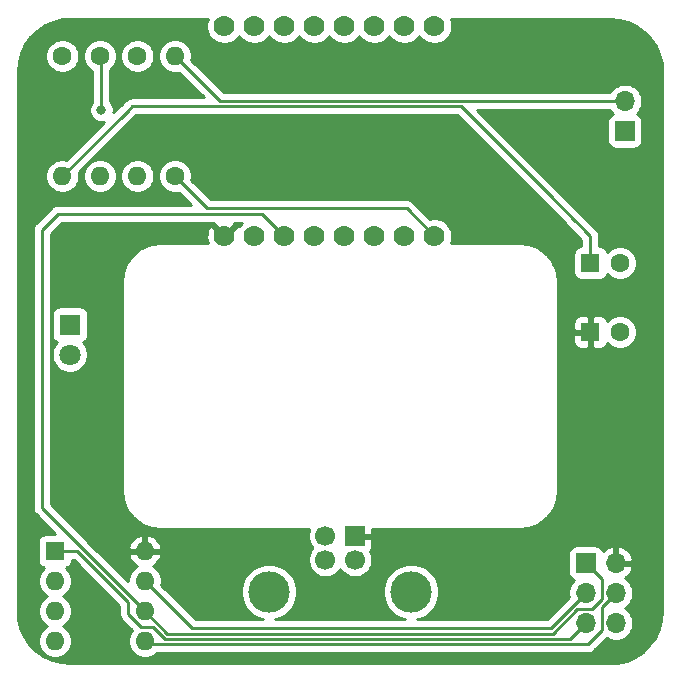
<source format=gbr>
G04 #@! TF.GenerationSoftware,KiCad,Pcbnew,5.1.6-c6e7f7d~86~ubuntu18.04.1*
G04 #@! TF.CreationDate,2020-06-12T21:41:03+02:00*
G04 #@! TF.ProjectId,printplaat,7072696e-7470-46c6-9161-742e6b696361,rev?*
G04 #@! TF.SameCoordinates,Original*
G04 #@! TF.FileFunction,Copper,L2,Bot*
G04 #@! TF.FilePolarity,Positive*
%FSLAX46Y46*%
G04 Gerber Fmt 4.6, Leading zero omitted, Abs format (unit mm)*
G04 Created by KiCad (PCBNEW 5.1.6-c6e7f7d~86~ubuntu18.04.1) date 2020-06-12 21:41:03*
%MOMM*%
%LPD*%
G01*
G04 APERTURE LIST*
G04 #@! TA.AperFunction,ComponentPad*
%ADD10R,1.600000X1.600000*%
G04 #@! TD*
G04 #@! TA.AperFunction,ComponentPad*
%ADD11O,1.600000X1.600000*%
G04 #@! TD*
G04 #@! TA.AperFunction,ComponentPad*
%ADD12C,1.778000*%
G04 #@! TD*
G04 #@! TA.AperFunction,ComponentPad*
%ADD13R,1.700000X1.700000*%
G04 #@! TD*
G04 #@! TA.AperFunction,ComponentPad*
%ADD14O,1.700000X1.700000*%
G04 #@! TD*
G04 #@! TA.AperFunction,ComponentPad*
%ADD15C,1.600000*%
G04 #@! TD*
G04 #@! TA.AperFunction,ComponentPad*
%ADD16C,1.700000*%
G04 #@! TD*
G04 #@! TA.AperFunction,ComponentPad*
%ADD17C,3.500000*%
G04 #@! TD*
G04 #@! TA.AperFunction,ComponentPad*
%ADD18R,1.800000X1.800000*%
G04 #@! TD*
G04 #@! TA.AperFunction,ComponentPad*
%ADD19C,1.800000*%
G04 #@! TD*
G04 #@! TA.AperFunction,ViaPad*
%ADD20C,0.800000*%
G04 #@! TD*
G04 #@! TA.AperFunction,Conductor*
%ADD21C,0.250000*%
G04 #@! TD*
G04 #@! TA.AperFunction,Conductor*
%ADD22C,0.254000*%
G04 #@! TD*
G04 APERTURE END LIST*
D10*
X99060000Y-160020000D03*
D11*
X106680000Y-167640000D03*
X99060000Y-162560000D03*
X106680000Y-165100000D03*
X99060000Y-165100000D03*
X106680000Y-162560000D03*
X99060000Y-167640000D03*
X106680000Y-160020000D03*
D12*
X113411000Y-133350000D03*
X115951000Y-133350000D03*
X118491000Y-133350000D03*
X121031000Y-133350000D03*
X123571000Y-133350000D03*
X126111000Y-133350000D03*
X128651000Y-133350000D03*
X131191000Y-133350000D03*
X131191000Y-115570000D03*
X128651000Y-115570000D03*
X126111000Y-115570000D03*
X123571000Y-115570000D03*
X121031000Y-115570000D03*
X118491000Y-115570000D03*
X115951000Y-115570000D03*
X113411000Y-115570000D03*
D13*
X144018000Y-161036000D03*
D14*
X146558000Y-161036000D03*
X144018000Y-163576000D03*
X146558000Y-163576000D03*
X144018000Y-166116000D03*
X146558000Y-166116000D03*
D11*
X99695000Y-128270000D03*
D15*
X99695000Y-118110000D03*
D13*
X147320000Y-124460000D03*
D14*
X147320000Y-121920000D03*
D13*
X124460000Y-158750000D03*
D16*
X121960000Y-158750000D03*
X121960000Y-160750000D03*
X124460000Y-160750000D03*
D17*
X129230000Y-163460000D03*
X117190000Y-163460000D03*
D11*
X102870000Y-128270000D03*
D15*
X102870000Y-118110000D03*
D10*
X144399000Y-141478000D03*
D15*
X146899000Y-141478000D03*
X109220000Y-128270000D03*
D11*
X109220000Y-118110000D03*
D10*
X144399000Y-135636000D03*
D15*
X146899000Y-135636000D03*
X106045000Y-118110000D03*
D11*
X106045000Y-128270000D03*
D18*
X100330000Y-140843000D03*
D19*
X100330000Y-143383000D03*
D20*
X102997000Y-122682000D03*
D21*
X120650000Y-121920000D02*
X147320000Y-121920000D01*
X113030000Y-121920000D02*
X109220000Y-118110000D01*
X120650000Y-121920000D02*
X113030000Y-121920000D01*
X102933500Y-118173500D02*
X102870000Y-118110000D01*
X102933500Y-122618500D02*
X102933500Y-118173500D01*
X142678990Y-167455010D02*
X144018000Y-166116000D01*
X108398600Y-167455010D02*
X142678990Y-167455010D01*
X100963590Y-160020000D02*
X105275999Y-164332409D01*
X105275999Y-165361001D02*
X106349203Y-166434205D01*
X99060000Y-160020000D02*
X100963590Y-160020000D01*
X106349203Y-166434205D02*
X107377795Y-166434205D01*
X107377795Y-166434205D02*
X108398600Y-167455010D01*
X105275999Y-164332409D02*
X105275999Y-165361001D01*
X109571268Y-131445000D02*
X109855000Y-131445000D01*
X109855000Y-131445000D02*
X110168401Y-131444999D01*
X121666000Y-133350000D02*
X120922722Y-133350000D01*
X105664000Y-164084000D02*
X106680000Y-165100000D01*
X105664000Y-164084000D02*
X105537000Y-163957000D01*
X121666000Y-133096000D02*
X121666000Y-133350000D01*
X111944990Y-130994990D02*
X109220000Y-128270000D01*
X128835990Y-130994990D02*
X128454990Y-130994990D01*
X131191000Y-133350000D02*
X128835990Y-130994990D01*
X128454990Y-130994990D02*
X111944990Y-130994990D01*
X105219500Y-122745500D02*
X105346500Y-122618500D01*
X105594990Y-122370010D02*
X105219500Y-122745500D01*
X99695000Y-128270000D02*
X105219500Y-122745500D01*
X144399000Y-133350000D02*
X144399000Y-135636000D01*
X140779500Y-129730500D02*
X144399000Y-133350000D01*
X140779500Y-129730500D02*
X133419010Y-122370010D01*
X143129000Y-132080000D02*
X140779500Y-129730500D01*
X133419010Y-122370010D02*
X105594990Y-122370010D01*
X97934999Y-132825411D02*
X99315410Y-131445000D01*
X99315410Y-131445000D02*
X109855000Y-131445000D01*
X97934999Y-156354999D02*
X97934999Y-132825411D01*
X105664000Y-164084000D02*
X97934999Y-156354999D01*
X141224000Y-167005000D02*
X143288001Y-164940999D01*
X108585000Y-167005000D02*
X141224000Y-167005000D01*
X143288001Y-164940999D02*
X144556591Y-164940999D01*
X145382999Y-162400999D02*
X144018000Y-161036000D01*
X144556591Y-164940999D02*
X145382999Y-164114591D01*
X106680000Y-165100000D02*
X108585000Y-167005000D01*
X145382999Y-164114591D02*
X145382999Y-162400999D01*
X116585999Y-131444999D02*
X118491000Y-133350000D01*
X110168401Y-131444999D02*
X116585999Y-131444999D01*
X144016590Y-163576000D02*
X144018000Y-163576000D01*
X110674990Y-166554990D02*
X141037600Y-166554990D01*
X141037600Y-166554990D02*
X144016590Y-163576000D01*
X106680000Y-162560000D02*
X110674990Y-166554990D01*
X145382999Y-166680001D02*
X145382999Y-164751001D01*
X145382999Y-164751001D02*
X146558000Y-163576000D01*
X144157981Y-167905019D02*
X145382999Y-166680001D01*
X106945020Y-167905020D02*
X144157981Y-167905019D01*
X106680000Y-167640000D02*
X106945020Y-167905020D01*
D22*
G36*
X111945566Y-115125466D02*
G01*
X111887000Y-115419899D01*
X111887000Y-115720101D01*
X111945566Y-116014534D01*
X112060449Y-116291885D01*
X112227232Y-116541493D01*
X112439507Y-116753768D01*
X112689115Y-116920551D01*
X112966466Y-117035434D01*
X113260899Y-117094000D01*
X113561101Y-117094000D01*
X113855534Y-117035434D01*
X114132885Y-116920551D01*
X114382493Y-116753768D01*
X114594768Y-116541493D01*
X114681000Y-116412438D01*
X114767232Y-116541493D01*
X114979507Y-116753768D01*
X115229115Y-116920551D01*
X115506466Y-117035434D01*
X115800899Y-117094000D01*
X116101101Y-117094000D01*
X116395534Y-117035434D01*
X116672885Y-116920551D01*
X116922493Y-116753768D01*
X117134768Y-116541493D01*
X117221000Y-116412438D01*
X117307232Y-116541493D01*
X117519507Y-116753768D01*
X117769115Y-116920551D01*
X118046466Y-117035434D01*
X118340899Y-117094000D01*
X118641101Y-117094000D01*
X118935534Y-117035434D01*
X119212885Y-116920551D01*
X119462493Y-116753768D01*
X119674768Y-116541493D01*
X119761000Y-116412438D01*
X119847232Y-116541493D01*
X120059507Y-116753768D01*
X120309115Y-116920551D01*
X120586466Y-117035434D01*
X120880899Y-117094000D01*
X121181101Y-117094000D01*
X121475534Y-117035434D01*
X121752885Y-116920551D01*
X122002493Y-116753768D01*
X122214768Y-116541493D01*
X122301000Y-116412438D01*
X122387232Y-116541493D01*
X122599507Y-116753768D01*
X122849115Y-116920551D01*
X123126466Y-117035434D01*
X123420899Y-117094000D01*
X123721101Y-117094000D01*
X124015534Y-117035434D01*
X124292885Y-116920551D01*
X124542493Y-116753768D01*
X124754768Y-116541493D01*
X124841000Y-116412438D01*
X124927232Y-116541493D01*
X125139507Y-116753768D01*
X125389115Y-116920551D01*
X125666466Y-117035434D01*
X125960899Y-117094000D01*
X126261101Y-117094000D01*
X126555534Y-117035434D01*
X126832885Y-116920551D01*
X127082493Y-116753768D01*
X127294768Y-116541493D01*
X127381000Y-116412438D01*
X127467232Y-116541493D01*
X127679507Y-116753768D01*
X127929115Y-116920551D01*
X128206466Y-117035434D01*
X128500899Y-117094000D01*
X128801101Y-117094000D01*
X129095534Y-117035434D01*
X129372885Y-116920551D01*
X129622493Y-116753768D01*
X129834768Y-116541493D01*
X129921000Y-116412438D01*
X130007232Y-116541493D01*
X130219507Y-116753768D01*
X130469115Y-116920551D01*
X130746466Y-117035434D01*
X131040899Y-117094000D01*
X131341101Y-117094000D01*
X131635534Y-117035434D01*
X131912885Y-116920551D01*
X132162493Y-116753768D01*
X132374768Y-116541493D01*
X132541551Y-116291885D01*
X132656434Y-116014534D01*
X132715000Y-115720101D01*
X132715000Y-115419899D01*
X132656434Y-115125466D01*
X132587895Y-114960000D01*
X146020608Y-114960000D01*
X146832249Y-115032437D01*
X147589774Y-115239672D01*
X148298625Y-115577777D01*
X148936404Y-116036067D01*
X149482946Y-116600055D01*
X149920977Y-117251913D01*
X150236651Y-117971038D01*
X150421206Y-118739768D01*
X150470000Y-119404207D01*
X150470001Y-165070597D01*
X150397563Y-165882249D01*
X150190328Y-166639774D01*
X149852221Y-167348627D01*
X149393928Y-167986410D01*
X148829945Y-168532946D01*
X148178085Y-168970978D01*
X147458963Y-169286651D01*
X146690232Y-169471206D01*
X146025792Y-169520000D01*
X100359392Y-169520000D01*
X99547751Y-169447563D01*
X98790226Y-169240328D01*
X98081373Y-168902221D01*
X97443590Y-168443928D01*
X96897054Y-167879945D01*
X96459022Y-167228085D01*
X96143349Y-166508963D01*
X95958794Y-165740232D01*
X95910000Y-165075792D01*
X95910000Y-132825411D01*
X97171323Y-132825411D01*
X97175000Y-132862744D01*
X97174999Y-156317677D01*
X97171323Y-156354999D01*
X97174999Y-156392321D01*
X97174999Y-156392331D01*
X97185996Y-156503984D01*
X97209401Y-156581141D01*
X97229453Y-156647245D01*
X97300025Y-156779275D01*
X97319102Y-156802520D01*
X97394998Y-156895000D01*
X97424002Y-156918803D01*
X99087127Y-158581928D01*
X98260000Y-158581928D01*
X98135518Y-158594188D01*
X98015820Y-158630498D01*
X97905506Y-158689463D01*
X97808815Y-158768815D01*
X97729463Y-158865506D01*
X97670498Y-158975820D01*
X97634188Y-159095518D01*
X97621928Y-159220000D01*
X97621928Y-160820000D01*
X97634188Y-160944482D01*
X97670498Y-161064180D01*
X97729463Y-161174494D01*
X97808815Y-161271185D01*
X97905506Y-161350537D01*
X98015820Y-161409502D01*
X98135518Y-161445812D01*
X98143961Y-161446643D01*
X97945363Y-161645241D01*
X97788320Y-161880273D01*
X97680147Y-162141426D01*
X97625000Y-162418665D01*
X97625000Y-162701335D01*
X97680147Y-162978574D01*
X97788320Y-163239727D01*
X97945363Y-163474759D01*
X98145241Y-163674637D01*
X98377759Y-163830000D01*
X98145241Y-163985363D01*
X97945363Y-164185241D01*
X97788320Y-164420273D01*
X97680147Y-164681426D01*
X97625000Y-164958665D01*
X97625000Y-165241335D01*
X97680147Y-165518574D01*
X97788320Y-165779727D01*
X97945363Y-166014759D01*
X98145241Y-166214637D01*
X98377759Y-166370000D01*
X98145241Y-166525363D01*
X97945363Y-166725241D01*
X97788320Y-166960273D01*
X97680147Y-167221426D01*
X97625000Y-167498665D01*
X97625000Y-167781335D01*
X97680147Y-168058574D01*
X97788320Y-168319727D01*
X97945363Y-168554759D01*
X98145241Y-168754637D01*
X98380273Y-168911680D01*
X98641426Y-169019853D01*
X98918665Y-169075000D01*
X99201335Y-169075000D01*
X99478574Y-169019853D01*
X99739727Y-168911680D01*
X99974759Y-168754637D01*
X100174637Y-168554759D01*
X100331680Y-168319727D01*
X100439853Y-168058574D01*
X100495000Y-167781335D01*
X100495000Y-167498665D01*
X100439853Y-167221426D01*
X100331680Y-166960273D01*
X100174637Y-166725241D01*
X99974759Y-166525363D01*
X99742241Y-166370000D01*
X99974759Y-166214637D01*
X100174637Y-166014759D01*
X100331680Y-165779727D01*
X100439853Y-165518574D01*
X100495000Y-165241335D01*
X100495000Y-164958665D01*
X100439853Y-164681426D01*
X100331680Y-164420273D01*
X100174637Y-164185241D01*
X99974759Y-163985363D01*
X99742241Y-163830000D01*
X99974759Y-163674637D01*
X100174637Y-163474759D01*
X100331680Y-163239727D01*
X100439853Y-162978574D01*
X100495000Y-162701335D01*
X100495000Y-162418665D01*
X100439853Y-162141426D01*
X100331680Y-161880273D01*
X100174637Y-161645241D01*
X99976039Y-161446643D01*
X99984482Y-161445812D01*
X100104180Y-161409502D01*
X100214494Y-161350537D01*
X100311185Y-161271185D01*
X100390537Y-161174494D01*
X100449502Y-161064180D01*
X100485812Y-160944482D01*
X100498072Y-160820000D01*
X100498072Y-160780000D01*
X100648789Y-160780000D01*
X104515999Y-164647211D01*
X104516000Y-165323669D01*
X104512323Y-165361001D01*
X104516000Y-165398334D01*
X104526997Y-165509987D01*
X104531741Y-165525627D01*
X104570453Y-165653247D01*
X104641025Y-165785277D01*
X104712200Y-165872003D01*
X104735999Y-165901002D01*
X104764997Y-165924800D01*
X105565400Y-166725204D01*
X105565363Y-166725241D01*
X105408320Y-166960273D01*
X105300147Y-167221426D01*
X105245000Y-167498665D01*
X105245000Y-167781335D01*
X105300147Y-168058574D01*
X105408320Y-168319727D01*
X105565363Y-168554759D01*
X105765241Y-168754637D01*
X106000273Y-168911680D01*
X106261426Y-169019853D01*
X106538665Y-169075000D01*
X106821335Y-169075000D01*
X107098574Y-169019853D01*
X107359727Y-168911680D01*
X107594759Y-168754637D01*
X107684376Y-168665020D01*
X144120648Y-168665018D01*
X144157981Y-168668695D01*
X144195314Y-168665018D01*
X144306967Y-168654021D01*
X144350423Y-168640839D01*
X144450227Y-168610565D01*
X144582257Y-168539993D01*
X144668983Y-168468818D01*
X144668984Y-168468817D01*
X144697982Y-168445019D01*
X144721780Y-168416021D01*
X145765404Y-167372398D01*
X145854589Y-167431990D01*
X146124842Y-167543932D01*
X146411740Y-167601000D01*
X146704260Y-167601000D01*
X146991158Y-167543932D01*
X147261411Y-167431990D01*
X147504632Y-167269475D01*
X147711475Y-167062632D01*
X147873990Y-166819411D01*
X147985932Y-166549158D01*
X148043000Y-166262260D01*
X148043000Y-165969740D01*
X147985932Y-165682842D01*
X147873990Y-165412589D01*
X147711475Y-165169368D01*
X147504632Y-164962525D01*
X147330240Y-164846000D01*
X147504632Y-164729475D01*
X147711475Y-164522632D01*
X147873990Y-164279411D01*
X147985932Y-164009158D01*
X148043000Y-163722260D01*
X148043000Y-163429740D01*
X147985932Y-163142842D01*
X147873990Y-162872589D01*
X147711475Y-162629368D01*
X147504632Y-162422525D01*
X147322466Y-162300805D01*
X147439355Y-162231178D01*
X147655588Y-162036269D01*
X147829641Y-161802920D01*
X147954825Y-161540099D01*
X147999476Y-161392890D01*
X147878155Y-161163000D01*
X146685000Y-161163000D01*
X146685000Y-161183000D01*
X146431000Y-161183000D01*
X146431000Y-161163000D01*
X146411000Y-161163000D01*
X146411000Y-160909000D01*
X146431000Y-160909000D01*
X146431000Y-159715186D01*
X146685000Y-159715186D01*
X146685000Y-160909000D01*
X147878155Y-160909000D01*
X147999476Y-160679110D01*
X147954825Y-160531901D01*
X147829641Y-160269080D01*
X147655588Y-160035731D01*
X147439355Y-159840822D01*
X147189252Y-159691843D01*
X146914891Y-159594519D01*
X146685000Y-159715186D01*
X146431000Y-159715186D01*
X146201109Y-159594519D01*
X145926748Y-159691843D01*
X145676645Y-159840822D01*
X145480498Y-160017626D01*
X145457502Y-159941820D01*
X145398537Y-159831506D01*
X145319185Y-159734815D01*
X145222494Y-159655463D01*
X145112180Y-159596498D01*
X144992482Y-159560188D01*
X144868000Y-159547928D01*
X143168000Y-159547928D01*
X143043518Y-159560188D01*
X142923820Y-159596498D01*
X142813506Y-159655463D01*
X142716815Y-159734815D01*
X142637463Y-159831506D01*
X142578498Y-159941820D01*
X142542188Y-160061518D01*
X142529928Y-160186000D01*
X142529928Y-161886000D01*
X142542188Y-162010482D01*
X142578498Y-162130180D01*
X142637463Y-162240494D01*
X142716815Y-162337185D01*
X142813506Y-162416537D01*
X142923820Y-162475502D01*
X142996380Y-162497513D01*
X142864525Y-162629368D01*
X142702010Y-162872589D01*
X142590068Y-163142842D01*
X142533000Y-163429740D01*
X142533000Y-163722260D01*
X142576557Y-163941232D01*
X140722799Y-165794990D01*
X129716320Y-165794990D01*
X129925679Y-165753346D01*
X130359721Y-165573560D01*
X130750349Y-165312550D01*
X131082550Y-164980349D01*
X131343560Y-164589721D01*
X131523346Y-164155679D01*
X131615000Y-163694902D01*
X131615000Y-163225098D01*
X131523346Y-162764321D01*
X131343560Y-162330279D01*
X131082550Y-161939651D01*
X130750349Y-161607450D01*
X130359721Y-161346440D01*
X129925679Y-161166654D01*
X129464902Y-161075000D01*
X128995098Y-161075000D01*
X128534321Y-161166654D01*
X128100279Y-161346440D01*
X127709651Y-161607450D01*
X127377450Y-161939651D01*
X127116440Y-162330279D01*
X126936654Y-162764321D01*
X126845000Y-163225098D01*
X126845000Y-163694902D01*
X126936654Y-164155679D01*
X127116440Y-164589721D01*
X127377450Y-164980349D01*
X127709651Y-165312550D01*
X128100279Y-165573560D01*
X128534321Y-165753346D01*
X128743680Y-165794990D01*
X117676320Y-165794990D01*
X117885679Y-165753346D01*
X118319721Y-165573560D01*
X118710349Y-165312550D01*
X119042550Y-164980349D01*
X119303560Y-164589721D01*
X119483346Y-164155679D01*
X119575000Y-163694902D01*
X119575000Y-163225098D01*
X119483346Y-162764321D01*
X119303560Y-162330279D01*
X119042550Y-161939651D01*
X118710349Y-161607450D01*
X118319721Y-161346440D01*
X117885679Y-161166654D01*
X117424902Y-161075000D01*
X116955098Y-161075000D01*
X116494321Y-161166654D01*
X116060279Y-161346440D01*
X115669651Y-161607450D01*
X115337450Y-161939651D01*
X115076440Y-162330279D01*
X114896654Y-162764321D01*
X114805000Y-163225098D01*
X114805000Y-163694902D01*
X114896654Y-164155679D01*
X115076440Y-164589721D01*
X115337450Y-164980349D01*
X115669651Y-165312550D01*
X116060279Y-165573560D01*
X116494321Y-165753346D01*
X116703680Y-165794990D01*
X110989792Y-165794990D01*
X108078688Y-162883887D01*
X108115000Y-162701335D01*
X108115000Y-162418665D01*
X108059853Y-162141426D01*
X107951680Y-161880273D01*
X107794637Y-161645241D01*
X107594759Y-161445363D01*
X107359727Y-161288320D01*
X107349135Y-161283933D01*
X107535131Y-161172385D01*
X107743519Y-160983414D01*
X107911037Y-160757420D01*
X108031246Y-160503087D01*
X108071904Y-160369039D01*
X107949915Y-160147000D01*
X106807000Y-160147000D01*
X106807000Y-160167000D01*
X106553000Y-160167000D01*
X106553000Y-160147000D01*
X105410085Y-160147000D01*
X105288096Y-160369039D01*
X105328754Y-160503087D01*
X105448963Y-160757420D01*
X105616481Y-160983414D01*
X105824869Y-161172385D01*
X106010865Y-161283933D01*
X106000273Y-161288320D01*
X105765241Y-161445363D01*
X105565363Y-161645241D01*
X105408320Y-161880273D01*
X105300147Y-162141426D01*
X105245000Y-162418665D01*
X105245000Y-162590198D01*
X102325763Y-159670961D01*
X105288096Y-159670961D01*
X105410085Y-159893000D01*
X106553000Y-159893000D01*
X106553000Y-158749376D01*
X106807000Y-158749376D01*
X106807000Y-159893000D01*
X107949915Y-159893000D01*
X108071904Y-159670961D01*
X108031246Y-159536913D01*
X107911037Y-159282580D01*
X107743519Y-159056586D01*
X107535131Y-158867615D01*
X107293881Y-158722930D01*
X107029040Y-158628091D01*
X106807000Y-158749376D01*
X106553000Y-158749376D01*
X106330960Y-158628091D01*
X106066119Y-158722930D01*
X105824869Y-158867615D01*
X105616481Y-159056586D01*
X105448963Y-159282580D01*
X105328754Y-159536913D01*
X105288096Y-159670961D01*
X102325763Y-159670961D01*
X98694999Y-156040198D01*
X98694999Y-139943000D01*
X98791928Y-139943000D01*
X98791928Y-141743000D01*
X98804188Y-141867482D01*
X98840498Y-141987180D01*
X98899463Y-142097494D01*
X98978815Y-142194185D01*
X99075506Y-142273537D01*
X99185820Y-142332502D01*
X99204127Y-142338056D01*
X99137688Y-142404495D01*
X98969701Y-142655905D01*
X98853989Y-142935257D01*
X98795000Y-143231816D01*
X98795000Y-143534184D01*
X98853989Y-143830743D01*
X98969701Y-144110095D01*
X99137688Y-144361505D01*
X99351495Y-144575312D01*
X99602905Y-144743299D01*
X99882257Y-144859011D01*
X100178816Y-144918000D01*
X100481184Y-144918000D01*
X100777743Y-144859011D01*
X101057095Y-144743299D01*
X101308505Y-144575312D01*
X101522312Y-144361505D01*
X101690299Y-144110095D01*
X101806011Y-143830743D01*
X101865000Y-143534184D01*
X101865000Y-143231816D01*
X101806011Y-142935257D01*
X101690299Y-142655905D01*
X101522312Y-142404495D01*
X101455873Y-142338056D01*
X101474180Y-142332502D01*
X101584494Y-142273537D01*
X101681185Y-142194185D01*
X101760537Y-142097494D01*
X101819502Y-141987180D01*
X101855812Y-141867482D01*
X101868072Y-141743000D01*
X101868072Y-139943000D01*
X101855812Y-139818518D01*
X101819502Y-139698820D01*
X101760537Y-139588506D01*
X101681185Y-139491815D01*
X101584494Y-139412463D01*
X101474180Y-139353498D01*
X101354482Y-139317188D01*
X101230000Y-139304928D01*
X99430000Y-139304928D01*
X99305518Y-139317188D01*
X99185820Y-139353498D01*
X99075506Y-139412463D01*
X98978815Y-139491815D01*
X98899463Y-139588506D01*
X98840498Y-139698820D01*
X98804188Y-139818518D01*
X98791928Y-139943000D01*
X98694999Y-139943000D01*
X98694999Y-133140212D01*
X99630212Y-132205000D01*
X109892337Y-132205000D01*
X110131062Y-132204998D01*
X110131068Y-132204999D01*
X112563263Y-132204999D01*
X112534374Y-132293769D01*
X113411000Y-133170395D01*
X114287626Y-132293769D01*
X114258737Y-132204999D01*
X114940740Y-132204999D01*
X114767232Y-132378507D01*
X114661583Y-132536622D01*
X114467231Y-132473374D01*
X113590605Y-133350000D01*
X113604748Y-133364143D01*
X113425143Y-133543748D01*
X113411000Y-133529605D01*
X113396858Y-133543748D01*
X113217253Y-133364143D01*
X113231395Y-133350000D01*
X112354769Y-132473374D01*
X112101711Y-132555727D01*
X111971914Y-132826418D01*
X111897420Y-133117230D01*
X111881092Y-133416988D01*
X111923557Y-133714171D01*
X112010041Y-133960000D01*
X107917581Y-133960000D01*
X107888254Y-133962888D01*
X107872451Y-133962778D01*
X107863280Y-133963678D01*
X107370273Y-134015495D01*
X107311742Y-134027510D01*
X107252917Y-134038731D01*
X107244095Y-134041395D01*
X106770542Y-134187984D01*
X106715427Y-134211153D01*
X106659934Y-134233573D01*
X106651798Y-134237900D01*
X106215738Y-134473677D01*
X106166171Y-134507110D01*
X106116092Y-134539881D01*
X106108951Y-134545706D01*
X105726991Y-134861690D01*
X105684850Y-134904126D01*
X105642101Y-134945989D01*
X105636227Y-134953089D01*
X105322917Y-135337246D01*
X105289824Y-135387054D01*
X105256017Y-135436428D01*
X105251634Y-135444534D01*
X105018908Y-135882230D01*
X104996122Y-135937512D01*
X104972547Y-135992517D01*
X104969822Y-136001320D01*
X104826543Y-136475884D01*
X104814923Y-136534572D01*
X104802487Y-136593075D01*
X104801524Y-136602240D01*
X104753150Y-137095595D01*
X104750000Y-137127582D01*
X104750001Y-154972419D01*
X104752888Y-155001737D01*
X104752778Y-155017550D01*
X104753678Y-155026721D01*
X104805495Y-155519727D01*
X104817522Y-155578320D01*
X104828732Y-155637084D01*
X104831395Y-155645906D01*
X104977984Y-156119458D01*
X105001158Y-156174584D01*
X105023573Y-156230066D01*
X105027900Y-156238202D01*
X105263677Y-156674262D01*
X105297110Y-156723829D01*
X105329881Y-156773908D01*
X105335706Y-156781049D01*
X105651690Y-157163009D01*
X105694107Y-157205131D01*
X105735989Y-157247900D01*
X105743090Y-157253773D01*
X106127246Y-157567084D01*
X106177073Y-157600188D01*
X106226428Y-157633983D01*
X106234531Y-157638364D01*
X106234539Y-157638368D01*
X106672230Y-157871092D01*
X106727536Y-157893888D01*
X106782517Y-157917453D01*
X106791320Y-157920178D01*
X107265885Y-158063457D01*
X107324558Y-158075074D01*
X107383075Y-158087513D01*
X107392240Y-158088476D01*
X107885595Y-158136850D01*
X107885598Y-158136850D01*
X107917581Y-158140000D01*
X120605318Y-158140000D01*
X120532068Y-158316842D01*
X120475000Y-158603740D01*
X120475000Y-158896260D01*
X120532068Y-159183158D01*
X120644010Y-159453411D01*
X120806525Y-159696632D01*
X120859893Y-159750000D01*
X120806525Y-159803368D01*
X120644010Y-160046589D01*
X120532068Y-160316842D01*
X120475000Y-160603740D01*
X120475000Y-160896260D01*
X120532068Y-161183158D01*
X120644010Y-161453411D01*
X120806525Y-161696632D01*
X121013368Y-161903475D01*
X121256589Y-162065990D01*
X121526842Y-162177932D01*
X121813740Y-162235000D01*
X122106260Y-162235000D01*
X122393158Y-162177932D01*
X122663411Y-162065990D01*
X122906632Y-161903475D01*
X123113475Y-161696632D01*
X123210000Y-161552172D01*
X123306525Y-161696632D01*
X123513368Y-161903475D01*
X123756589Y-162065990D01*
X124026842Y-162177932D01*
X124313740Y-162235000D01*
X124606260Y-162235000D01*
X124893158Y-162177932D01*
X125163411Y-162065990D01*
X125406632Y-161903475D01*
X125613475Y-161696632D01*
X125775990Y-161453411D01*
X125887932Y-161183158D01*
X125945000Y-160896260D01*
X125945000Y-160603740D01*
X125887932Y-160316842D01*
X125775990Y-160046589D01*
X125771038Y-160039178D01*
X125840537Y-159954494D01*
X125899502Y-159844180D01*
X125935812Y-159724482D01*
X125948072Y-159600000D01*
X125945000Y-159035750D01*
X125786250Y-158877000D01*
X124587000Y-158877000D01*
X124587000Y-158897000D01*
X124333000Y-158897000D01*
X124333000Y-158877000D01*
X124313000Y-158877000D01*
X124313000Y-158623000D01*
X124333000Y-158623000D01*
X124333000Y-158603000D01*
X124587000Y-158603000D01*
X124587000Y-158623000D01*
X125786250Y-158623000D01*
X125945000Y-158464250D01*
X125946765Y-158140000D01*
X138462419Y-158140000D01*
X138491746Y-158137112D01*
X138507550Y-158137222D01*
X138516721Y-158136322D01*
X139009727Y-158084505D01*
X139068320Y-158072478D01*
X139127084Y-158061268D01*
X139135906Y-158058605D01*
X139609458Y-157912016D01*
X139664584Y-157888842D01*
X139720066Y-157866427D01*
X139728202Y-157862100D01*
X140164262Y-157626323D01*
X140213829Y-157592890D01*
X140263908Y-157560119D01*
X140271049Y-157554294D01*
X140653009Y-157238310D01*
X140695131Y-157195893D01*
X140737900Y-157154011D01*
X140743773Y-157146910D01*
X141057084Y-156762754D01*
X141090188Y-156712927D01*
X141123983Y-156663572D01*
X141128364Y-156655469D01*
X141128368Y-156655461D01*
X141361092Y-156217770D01*
X141383888Y-156162464D01*
X141407453Y-156107483D01*
X141410178Y-156098680D01*
X141553457Y-155624115D01*
X141565074Y-155565442D01*
X141577513Y-155506925D01*
X141578476Y-155497760D01*
X141626850Y-155004405D01*
X141626850Y-155004402D01*
X141630000Y-154972419D01*
X141630000Y-142278000D01*
X142960928Y-142278000D01*
X142973188Y-142402482D01*
X143009498Y-142522180D01*
X143068463Y-142632494D01*
X143147815Y-142729185D01*
X143244506Y-142808537D01*
X143354820Y-142867502D01*
X143474518Y-142903812D01*
X143599000Y-142916072D01*
X144113250Y-142913000D01*
X144272000Y-142754250D01*
X144272000Y-141605000D01*
X143122750Y-141605000D01*
X142964000Y-141763750D01*
X142960928Y-142278000D01*
X141630000Y-142278000D01*
X141630000Y-140678000D01*
X142960928Y-140678000D01*
X142964000Y-141192250D01*
X143122750Y-141351000D01*
X144272000Y-141351000D01*
X144272000Y-140201750D01*
X144526000Y-140201750D01*
X144526000Y-141351000D01*
X144546000Y-141351000D01*
X144546000Y-141605000D01*
X144526000Y-141605000D01*
X144526000Y-142754250D01*
X144684750Y-142913000D01*
X145199000Y-142916072D01*
X145323482Y-142903812D01*
X145443180Y-142867502D01*
X145553494Y-142808537D01*
X145650185Y-142729185D01*
X145729537Y-142632494D01*
X145788502Y-142522180D01*
X145817661Y-142426057D01*
X145984241Y-142592637D01*
X146219273Y-142749680D01*
X146480426Y-142857853D01*
X146757665Y-142913000D01*
X147040335Y-142913000D01*
X147317574Y-142857853D01*
X147578727Y-142749680D01*
X147813759Y-142592637D01*
X148013637Y-142392759D01*
X148170680Y-142157727D01*
X148278853Y-141896574D01*
X148334000Y-141619335D01*
X148334000Y-141336665D01*
X148278853Y-141059426D01*
X148170680Y-140798273D01*
X148013637Y-140563241D01*
X147813759Y-140363363D01*
X147578727Y-140206320D01*
X147317574Y-140098147D01*
X147040335Y-140043000D01*
X146757665Y-140043000D01*
X146480426Y-140098147D01*
X146219273Y-140206320D01*
X145984241Y-140363363D01*
X145817661Y-140529943D01*
X145788502Y-140433820D01*
X145729537Y-140323506D01*
X145650185Y-140226815D01*
X145553494Y-140147463D01*
X145443180Y-140088498D01*
X145323482Y-140052188D01*
X145199000Y-140039928D01*
X144684750Y-140043000D01*
X144526000Y-140201750D01*
X144272000Y-140201750D01*
X144113250Y-140043000D01*
X143599000Y-140039928D01*
X143474518Y-140052188D01*
X143354820Y-140088498D01*
X143244506Y-140147463D01*
X143147815Y-140226815D01*
X143068463Y-140323506D01*
X143009498Y-140433820D01*
X142973188Y-140553518D01*
X142960928Y-140678000D01*
X141630000Y-140678000D01*
X141630000Y-137127581D01*
X141627112Y-137098254D01*
X141627222Y-137082451D01*
X141626322Y-137073280D01*
X141574505Y-136580273D01*
X141562490Y-136521742D01*
X141551269Y-136462917D01*
X141548605Y-136454095D01*
X141402016Y-135980542D01*
X141378847Y-135925427D01*
X141356427Y-135869934D01*
X141352100Y-135861798D01*
X141116323Y-135425738D01*
X141082890Y-135376171D01*
X141050119Y-135326092D01*
X141044294Y-135318951D01*
X140728310Y-134936991D01*
X140685874Y-134894850D01*
X140644011Y-134852101D01*
X140636911Y-134846227D01*
X140252754Y-134532917D01*
X140202946Y-134499824D01*
X140153572Y-134466017D01*
X140145466Y-134461634D01*
X139707770Y-134228908D01*
X139652488Y-134206122D01*
X139597483Y-134182547D01*
X139588680Y-134179822D01*
X139114116Y-134036543D01*
X139055428Y-134024923D01*
X138996925Y-134012487D01*
X138987760Y-134011524D01*
X138494405Y-133963150D01*
X138494402Y-133963150D01*
X138462419Y-133960000D01*
X132587895Y-133960000D01*
X132656434Y-133794534D01*
X132715000Y-133500101D01*
X132715000Y-133199899D01*
X132656434Y-132905466D01*
X132541551Y-132628115D01*
X132374768Y-132378507D01*
X132162493Y-132166232D01*
X131912885Y-131999449D01*
X131635534Y-131884566D01*
X131341101Y-131826000D01*
X131040899Y-131826000D01*
X130791425Y-131875623D01*
X129399794Y-130483993D01*
X129375991Y-130454989D01*
X129260266Y-130360016D01*
X129128237Y-130289444D01*
X128984976Y-130245987D01*
X128873323Y-130234990D01*
X128873312Y-130234990D01*
X128835990Y-130231314D01*
X128798668Y-130234990D01*
X112259792Y-130234990D01*
X110618688Y-128593886D01*
X110655000Y-128411335D01*
X110655000Y-128128665D01*
X110599853Y-127851426D01*
X110491680Y-127590273D01*
X110334637Y-127355241D01*
X110134759Y-127155363D01*
X109899727Y-126998320D01*
X109638574Y-126890147D01*
X109361335Y-126835000D01*
X109078665Y-126835000D01*
X108801426Y-126890147D01*
X108540273Y-126998320D01*
X108305241Y-127155363D01*
X108105363Y-127355241D01*
X107948320Y-127590273D01*
X107840147Y-127851426D01*
X107785000Y-128128665D01*
X107785000Y-128411335D01*
X107840147Y-128688574D01*
X107948320Y-128949727D01*
X108105363Y-129184759D01*
X108305241Y-129384637D01*
X108540273Y-129541680D01*
X108801426Y-129649853D01*
X109078665Y-129705000D01*
X109361335Y-129705000D01*
X109543886Y-129668688D01*
X110560197Y-130684999D01*
X110131064Y-130684999D01*
X109892339Y-130685001D01*
X109892333Y-130685000D01*
X99352733Y-130685000D01*
X99315410Y-130681324D01*
X99278087Y-130685000D01*
X99278077Y-130685000D01*
X99166424Y-130695997D01*
X99023166Y-130739453D01*
X99023163Y-130739454D01*
X98891133Y-130810026D01*
X98847293Y-130846005D01*
X98775409Y-130904999D01*
X98751611Y-130933997D01*
X97423997Y-132261612D01*
X97394999Y-132285410D01*
X97371201Y-132314408D01*
X97371200Y-132314409D01*
X97300025Y-132401135D01*
X97229453Y-132533165D01*
X97185997Y-132676426D01*
X97171323Y-132825411D01*
X95910000Y-132825411D01*
X95910000Y-128128665D01*
X98260000Y-128128665D01*
X98260000Y-128411335D01*
X98315147Y-128688574D01*
X98423320Y-128949727D01*
X98580363Y-129184759D01*
X98780241Y-129384637D01*
X99015273Y-129541680D01*
X99276426Y-129649853D01*
X99553665Y-129705000D01*
X99836335Y-129705000D01*
X100113574Y-129649853D01*
X100374727Y-129541680D01*
X100609759Y-129384637D01*
X100809637Y-129184759D01*
X100966680Y-128949727D01*
X101074853Y-128688574D01*
X101130000Y-128411335D01*
X101130000Y-128128665D01*
X101435000Y-128128665D01*
X101435000Y-128411335D01*
X101490147Y-128688574D01*
X101598320Y-128949727D01*
X101755363Y-129184759D01*
X101955241Y-129384637D01*
X102190273Y-129541680D01*
X102451426Y-129649853D01*
X102728665Y-129705000D01*
X103011335Y-129705000D01*
X103288574Y-129649853D01*
X103549727Y-129541680D01*
X103784759Y-129384637D01*
X103984637Y-129184759D01*
X104141680Y-128949727D01*
X104249853Y-128688574D01*
X104305000Y-128411335D01*
X104305000Y-128128665D01*
X104610000Y-128128665D01*
X104610000Y-128411335D01*
X104665147Y-128688574D01*
X104773320Y-128949727D01*
X104930363Y-129184759D01*
X105130241Y-129384637D01*
X105365273Y-129541680D01*
X105626426Y-129649853D01*
X105903665Y-129705000D01*
X106186335Y-129705000D01*
X106463574Y-129649853D01*
X106724727Y-129541680D01*
X106959759Y-129384637D01*
X107159637Y-129184759D01*
X107316680Y-128949727D01*
X107424853Y-128688574D01*
X107480000Y-128411335D01*
X107480000Y-128128665D01*
X107424853Y-127851426D01*
X107316680Y-127590273D01*
X107159637Y-127355241D01*
X106959759Y-127155363D01*
X106724727Y-126998320D01*
X106463574Y-126890147D01*
X106186335Y-126835000D01*
X105903665Y-126835000D01*
X105626426Y-126890147D01*
X105365273Y-126998320D01*
X105130241Y-127155363D01*
X104930363Y-127355241D01*
X104773320Y-127590273D01*
X104665147Y-127851426D01*
X104610000Y-128128665D01*
X104305000Y-128128665D01*
X104249853Y-127851426D01*
X104141680Y-127590273D01*
X103984637Y-127355241D01*
X103784759Y-127155363D01*
X103549727Y-126998320D01*
X103288574Y-126890147D01*
X103011335Y-126835000D01*
X102728665Y-126835000D01*
X102451426Y-126890147D01*
X102190273Y-126998320D01*
X101955241Y-127155363D01*
X101755363Y-127355241D01*
X101598320Y-127590273D01*
X101490147Y-127851426D01*
X101435000Y-128128665D01*
X101130000Y-128128665D01*
X101093688Y-127946113D01*
X105783299Y-123256503D01*
X105783304Y-123256497D01*
X105909791Y-123130010D01*
X133104209Y-123130010D01*
X140268497Y-130294299D01*
X140268502Y-130294303D01*
X142050607Y-132076408D01*
X143639000Y-133664802D01*
X143639000Y-134197928D01*
X143599000Y-134197928D01*
X143474518Y-134210188D01*
X143354820Y-134246498D01*
X143244506Y-134305463D01*
X143147815Y-134384815D01*
X143068463Y-134481506D01*
X143009498Y-134591820D01*
X142973188Y-134711518D01*
X142960928Y-134836000D01*
X142960928Y-136436000D01*
X142973188Y-136560482D01*
X143009498Y-136680180D01*
X143068463Y-136790494D01*
X143147815Y-136887185D01*
X143244506Y-136966537D01*
X143354820Y-137025502D01*
X143474518Y-137061812D01*
X143599000Y-137074072D01*
X145199000Y-137074072D01*
X145323482Y-137061812D01*
X145443180Y-137025502D01*
X145553494Y-136966537D01*
X145650185Y-136887185D01*
X145729537Y-136790494D01*
X145788502Y-136680180D01*
X145817661Y-136584057D01*
X145984241Y-136750637D01*
X146219273Y-136907680D01*
X146480426Y-137015853D01*
X146757665Y-137071000D01*
X147040335Y-137071000D01*
X147317574Y-137015853D01*
X147578727Y-136907680D01*
X147813759Y-136750637D01*
X148013637Y-136550759D01*
X148170680Y-136315727D01*
X148278853Y-136054574D01*
X148334000Y-135777335D01*
X148334000Y-135494665D01*
X148278853Y-135217426D01*
X148170680Y-134956273D01*
X148013637Y-134721241D01*
X147813759Y-134521363D01*
X147578727Y-134364320D01*
X147317574Y-134256147D01*
X147040335Y-134201000D01*
X146757665Y-134201000D01*
X146480426Y-134256147D01*
X146219273Y-134364320D01*
X145984241Y-134521363D01*
X145817661Y-134687943D01*
X145788502Y-134591820D01*
X145729537Y-134481506D01*
X145650185Y-134384815D01*
X145553494Y-134305463D01*
X145443180Y-134246498D01*
X145323482Y-134210188D01*
X145199000Y-134197928D01*
X145159000Y-134197928D01*
X145159000Y-133387322D01*
X145162676Y-133350000D01*
X145159000Y-133312677D01*
X145159000Y-133312667D01*
X145148003Y-133201014D01*
X145104546Y-133057753D01*
X145033974Y-132925723D01*
X144962799Y-132838997D01*
X144939001Y-132809999D01*
X144910004Y-132786202D01*
X143118792Y-130994990D01*
X141343303Y-129219502D01*
X141343299Y-129219497D01*
X134803801Y-122680000D01*
X146041822Y-122680000D01*
X146166525Y-122866632D01*
X146298380Y-122998487D01*
X146225820Y-123020498D01*
X146115506Y-123079463D01*
X146018815Y-123158815D01*
X145939463Y-123255506D01*
X145880498Y-123365820D01*
X145844188Y-123485518D01*
X145831928Y-123610000D01*
X145831928Y-125310000D01*
X145844188Y-125434482D01*
X145880498Y-125554180D01*
X145939463Y-125664494D01*
X146018815Y-125761185D01*
X146115506Y-125840537D01*
X146225820Y-125899502D01*
X146345518Y-125935812D01*
X146470000Y-125948072D01*
X148170000Y-125948072D01*
X148294482Y-125935812D01*
X148414180Y-125899502D01*
X148524494Y-125840537D01*
X148621185Y-125761185D01*
X148700537Y-125664494D01*
X148759502Y-125554180D01*
X148795812Y-125434482D01*
X148808072Y-125310000D01*
X148808072Y-123610000D01*
X148795812Y-123485518D01*
X148759502Y-123365820D01*
X148700537Y-123255506D01*
X148621185Y-123158815D01*
X148524494Y-123079463D01*
X148414180Y-123020498D01*
X148341620Y-122998487D01*
X148473475Y-122866632D01*
X148635990Y-122623411D01*
X148747932Y-122353158D01*
X148805000Y-122066260D01*
X148805000Y-121773740D01*
X148747932Y-121486842D01*
X148635990Y-121216589D01*
X148473475Y-120973368D01*
X148266632Y-120766525D01*
X148023411Y-120604010D01*
X147753158Y-120492068D01*
X147466260Y-120435000D01*
X147173740Y-120435000D01*
X146886842Y-120492068D01*
X146616589Y-120604010D01*
X146373368Y-120766525D01*
X146166525Y-120973368D01*
X146041822Y-121160000D01*
X113344802Y-121160000D01*
X110618688Y-118433887D01*
X110655000Y-118251335D01*
X110655000Y-117968665D01*
X110599853Y-117691426D01*
X110491680Y-117430273D01*
X110334637Y-117195241D01*
X110134759Y-116995363D01*
X109899727Y-116838320D01*
X109638574Y-116730147D01*
X109361335Y-116675000D01*
X109078665Y-116675000D01*
X108801426Y-116730147D01*
X108540273Y-116838320D01*
X108305241Y-116995363D01*
X108105363Y-117195241D01*
X107948320Y-117430273D01*
X107840147Y-117691426D01*
X107785000Y-117968665D01*
X107785000Y-118251335D01*
X107840147Y-118528574D01*
X107948320Y-118789727D01*
X108105363Y-119024759D01*
X108305241Y-119224637D01*
X108540273Y-119381680D01*
X108801426Y-119489853D01*
X109078665Y-119545000D01*
X109361335Y-119545000D01*
X109543887Y-119508688D01*
X111645208Y-121610010D01*
X105632312Y-121610010D01*
X105594989Y-121606334D01*
X105557666Y-121610010D01*
X105557657Y-121610010D01*
X105446004Y-121621007D01*
X105302743Y-121664464D01*
X105170714Y-121735036D01*
X105054989Y-121830009D01*
X105031186Y-121859013D01*
X104708503Y-122181696D01*
X104708497Y-122181701D01*
X104013561Y-122876637D01*
X104032000Y-122783939D01*
X104032000Y-122580061D01*
X103992226Y-122380102D01*
X103914205Y-122191744D01*
X103800937Y-122022226D01*
X103693500Y-121914789D01*
X103693500Y-119285614D01*
X103784759Y-119224637D01*
X103984637Y-119024759D01*
X104141680Y-118789727D01*
X104249853Y-118528574D01*
X104305000Y-118251335D01*
X104305000Y-117968665D01*
X104610000Y-117968665D01*
X104610000Y-118251335D01*
X104665147Y-118528574D01*
X104773320Y-118789727D01*
X104930363Y-119024759D01*
X105130241Y-119224637D01*
X105365273Y-119381680D01*
X105626426Y-119489853D01*
X105903665Y-119545000D01*
X106186335Y-119545000D01*
X106463574Y-119489853D01*
X106724727Y-119381680D01*
X106959759Y-119224637D01*
X107159637Y-119024759D01*
X107316680Y-118789727D01*
X107424853Y-118528574D01*
X107480000Y-118251335D01*
X107480000Y-117968665D01*
X107424853Y-117691426D01*
X107316680Y-117430273D01*
X107159637Y-117195241D01*
X106959759Y-116995363D01*
X106724727Y-116838320D01*
X106463574Y-116730147D01*
X106186335Y-116675000D01*
X105903665Y-116675000D01*
X105626426Y-116730147D01*
X105365273Y-116838320D01*
X105130241Y-116995363D01*
X104930363Y-117195241D01*
X104773320Y-117430273D01*
X104665147Y-117691426D01*
X104610000Y-117968665D01*
X104305000Y-117968665D01*
X104249853Y-117691426D01*
X104141680Y-117430273D01*
X103984637Y-117195241D01*
X103784759Y-116995363D01*
X103549727Y-116838320D01*
X103288574Y-116730147D01*
X103011335Y-116675000D01*
X102728665Y-116675000D01*
X102451426Y-116730147D01*
X102190273Y-116838320D01*
X101955241Y-116995363D01*
X101755363Y-117195241D01*
X101598320Y-117430273D01*
X101490147Y-117691426D01*
X101435000Y-117968665D01*
X101435000Y-118251335D01*
X101490147Y-118528574D01*
X101598320Y-118789727D01*
X101755363Y-119024759D01*
X101955241Y-119224637D01*
X102173501Y-119370473D01*
X102173500Y-122051504D01*
X102079795Y-122191744D01*
X102001774Y-122380102D01*
X101962000Y-122580061D01*
X101962000Y-122783939D01*
X102001774Y-122983898D01*
X102079795Y-123172256D01*
X102193063Y-123341774D01*
X102337226Y-123485937D01*
X102506744Y-123599205D01*
X102695102Y-123677226D01*
X102895061Y-123717000D01*
X103098939Y-123717000D01*
X103191637Y-123698561D01*
X100018887Y-126871312D01*
X99836335Y-126835000D01*
X99553665Y-126835000D01*
X99276426Y-126890147D01*
X99015273Y-126998320D01*
X98780241Y-127155363D01*
X98580363Y-127355241D01*
X98423320Y-127590273D01*
X98315147Y-127851426D01*
X98260000Y-128128665D01*
X95910000Y-128128665D01*
X95910000Y-119409392D01*
X95982437Y-118597751D01*
X96154535Y-117968665D01*
X98260000Y-117968665D01*
X98260000Y-118251335D01*
X98315147Y-118528574D01*
X98423320Y-118789727D01*
X98580363Y-119024759D01*
X98780241Y-119224637D01*
X99015273Y-119381680D01*
X99276426Y-119489853D01*
X99553665Y-119545000D01*
X99836335Y-119545000D01*
X100113574Y-119489853D01*
X100374727Y-119381680D01*
X100609759Y-119224637D01*
X100809637Y-119024759D01*
X100966680Y-118789727D01*
X101074853Y-118528574D01*
X101130000Y-118251335D01*
X101130000Y-117968665D01*
X101074853Y-117691426D01*
X100966680Y-117430273D01*
X100809637Y-117195241D01*
X100609759Y-116995363D01*
X100374727Y-116838320D01*
X100113574Y-116730147D01*
X99836335Y-116675000D01*
X99553665Y-116675000D01*
X99276426Y-116730147D01*
X99015273Y-116838320D01*
X98780241Y-116995363D01*
X98580363Y-117195241D01*
X98423320Y-117430273D01*
X98315147Y-117691426D01*
X98260000Y-117968665D01*
X96154535Y-117968665D01*
X96189672Y-117840226D01*
X96527777Y-117131375D01*
X96986067Y-116493596D01*
X97550055Y-115947054D01*
X98201913Y-115509023D01*
X98921038Y-115193349D01*
X99689768Y-115008794D01*
X100354207Y-114960000D01*
X112014105Y-114960000D01*
X111945566Y-115125466D01*
G37*
X111945566Y-115125466D02*
X111887000Y-115419899D01*
X111887000Y-115720101D01*
X111945566Y-116014534D01*
X112060449Y-116291885D01*
X112227232Y-116541493D01*
X112439507Y-116753768D01*
X112689115Y-116920551D01*
X112966466Y-117035434D01*
X113260899Y-117094000D01*
X113561101Y-117094000D01*
X113855534Y-117035434D01*
X114132885Y-116920551D01*
X114382493Y-116753768D01*
X114594768Y-116541493D01*
X114681000Y-116412438D01*
X114767232Y-116541493D01*
X114979507Y-116753768D01*
X115229115Y-116920551D01*
X115506466Y-117035434D01*
X115800899Y-117094000D01*
X116101101Y-117094000D01*
X116395534Y-117035434D01*
X116672885Y-116920551D01*
X116922493Y-116753768D01*
X117134768Y-116541493D01*
X117221000Y-116412438D01*
X117307232Y-116541493D01*
X117519507Y-116753768D01*
X117769115Y-116920551D01*
X118046466Y-117035434D01*
X118340899Y-117094000D01*
X118641101Y-117094000D01*
X118935534Y-117035434D01*
X119212885Y-116920551D01*
X119462493Y-116753768D01*
X119674768Y-116541493D01*
X119761000Y-116412438D01*
X119847232Y-116541493D01*
X120059507Y-116753768D01*
X120309115Y-116920551D01*
X120586466Y-117035434D01*
X120880899Y-117094000D01*
X121181101Y-117094000D01*
X121475534Y-117035434D01*
X121752885Y-116920551D01*
X122002493Y-116753768D01*
X122214768Y-116541493D01*
X122301000Y-116412438D01*
X122387232Y-116541493D01*
X122599507Y-116753768D01*
X122849115Y-116920551D01*
X123126466Y-117035434D01*
X123420899Y-117094000D01*
X123721101Y-117094000D01*
X124015534Y-117035434D01*
X124292885Y-116920551D01*
X124542493Y-116753768D01*
X124754768Y-116541493D01*
X124841000Y-116412438D01*
X124927232Y-116541493D01*
X125139507Y-116753768D01*
X125389115Y-116920551D01*
X125666466Y-117035434D01*
X125960899Y-117094000D01*
X126261101Y-117094000D01*
X126555534Y-117035434D01*
X126832885Y-116920551D01*
X127082493Y-116753768D01*
X127294768Y-116541493D01*
X127381000Y-116412438D01*
X127467232Y-116541493D01*
X127679507Y-116753768D01*
X127929115Y-116920551D01*
X128206466Y-117035434D01*
X128500899Y-117094000D01*
X128801101Y-117094000D01*
X129095534Y-117035434D01*
X129372885Y-116920551D01*
X129622493Y-116753768D01*
X129834768Y-116541493D01*
X129921000Y-116412438D01*
X130007232Y-116541493D01*
X130219507Y-116753768D01*
X130469115Y-116920551D01*
X130746466Y-117035434D01*
X131040899Y-117094000D01*
X131341101Y-117094000D01*
X131635534Y-117035434D01*
X131912885Y-116920551D01*
X132162493Y-116753768D01*
X132374768Y-116541493D01*
X132541551Y-116291885D01*
X132656434Y-116014534D01*
X132715000Y-115720101D01*
X132715000Y-115419899D01*
X132656434Y-115125466D01*
X132587895Y-114960000D01*
X146020608Y-114960000D01*
X146832249Y-115032437D01*
X147589774Y-115239672D01*
X148298625Y-115577777D01*
X148936404Y-116036067D01*
X149482946Y-116600055D01*
X149920977Y-117251913D01*
X150236651Y-117971038D01*
X150421206Y-118739768D01*
X150470000Y-119404207D01*
X150470001Y-165070597D01*
X150397563Y-165882249D01*
X150190328Y-166639774D01*
X149852221Y-167348627D01*
X149393928Y-167986410D01*
X148829945Y-168532946D01*
X148178085Y-168970978D01*
X147458963Y-169286651D01*
X146690232Y-169471206D01*
X146025792Y-169520000D01*
X100359392Y-169520000D01*
X99547751Y-169447563D01*
X98790226Y-169240328D01*
X98081373Y-168902221D01*
X97443590Y-168443928D01*
X96897054Y-167879945D01*
X96459022Y-167228085D01*
X96143349Y-166508963D01*
X95958794Y-165740232D01*
X95910000Y-165075792D01*
X95910000Y-132825411D01*
X97171323Y-132825411D01*
X97175000Y-132862744D01*
X97174999Y-156317677D01*
X97171323Y-156354999D01*
X97174999Y-156392321D01*
X97174999Y-156392331D01*
X97185996Y-156503984D01*
X97209401Y-156581141D01*
X97229453Y-156647245D01*
X97300025Y-156779275D01*
X97319102Y-156802520D01*
X97394998Y-156895000D01*
X97424002Y-156918803D01*
X99087127Y-158581928D01*
X98260000Y-158581928D01*
X98135518Y-158594188D01*
X98015820Y-158630498D01*
X97905506Y-158689463D01*
X97808815Y-158768815D01*
X97729463Y-158865506D01*
X97670498Y-158975820D01*
X97634188Y-159095518D01*
X97621928Y-159220000D01*
X97621928Y-160820000D01*
X97634188Y-160944482D01*
X97670498Y-161064180D01*
X97729463Y-161174494D01*
X97808815Y-161271185D01*
X97905506Y-161350537D01*
X98015820Y-161409502D01*
X98135518Y-161445812D01*
X98143961Y-161446643D01*
X97945363Y-161645241D01*
X97788320Y-161880273D01*
X97680147Y-162141426D01*
X97625000Y-162418665D01*
X97625000Y-162701335D01*
X97680147Y-162978574D01*
X97788320Y-163239727D01*
X97945363Y-163474759D01*
X98145241Y-163674637D01*
X98377759Y-163830000D01*
X98145241Y-163985363D01*
X97945363Y-164185241D01*
X97788320Y-164420273D01*
X97680147Y-164681426D01*
X97625000Y-164958665D01*
X97625000Y-165241335D01*
X97680147Y-165518574D01*
X97788320Y-165779727D01*
X97945363Y-166014759D01*
X98145241Y-166214637D01*
X98377759Y-166370000D01*
X98145241Y-166525363D01*
X97945363Y-166725241D01*
X97788320Y-166960273D01*
X97680147Y-167221426D01*
X97625000Y-167498665D01*
X97625000Y-167781335D01*
X97680147Y-168058574D01*
X97788320Y-168319727D01*
X97945363Y-168554759D01*
X98145241Y-168754637D01*
X98380273Y-168911680D01*
X98641426Y-169019853D01*
X98918665Y-169075000D01*
X99201335Y-169075000D01*
X99478574Y-169019853D01*
X99739727Y-168911680D01*
X99974759Y-168754637D01*
X100174637Y-168554759D01*
X100331680Y-168319727D01*
X100439853Y-168058574D01*
X100495000Y-167781335D01*
X100495000Y-167498665D01*
X100439853Y-167221426D01*
X100331680Y-166960273D01*
X100174637Y-166725241D01*
X99974759Y-166525363D01*
X99742241Y-166370000D01*
X99974759Y-166214637D01*
X100174637Y-166014759D01*
X100331680Y-165779727D01*
X100439853Y-165518574D01*
X100495000Y-165241335D01*
X100495000Y-164958665D01*
X100439853Y-164681426D01*
X100331680Y-164420273D01*
X100174637Y-164185241D01*
X99974759Y-163985363D01*
X99742241Y-163830000D01*
X99974759Y-163674637D01*
X100174637Y-163474759D01*
X100331680Y-163239727D01*
X100439853Y-162978574D01*
X100495000Y-162701335D01*
X100495000Y-162418665D01*
X100439853Y-162141426D01*
X100331680Y-161880273D01*
X100174637Y-161645241D01*
X99976039Y-161446643D01*
X99984482Y-161445812D01*
X100104180Y-161409502D01*
X100214494Y-161350537D01*
X100311185Y-161271185D01*
X100390537Y-161174494D01*
X100449502Y-161064180D01*
X100485812Y-160944482D01*
X100498072Y-160820000D01*
X100498072Y-160780000D01*
X100648789Y-160780000D01*
X104515999Y-164647211D01*
X104516000Y-165323669D01*
X104512323Y-165361001D01*
X104516000Y-165398334D01*
X104526997Y-165509987D01*
X104531741Y-165525627D01*
X104570453Y-165653247D01*
X104641025Y-165785277D01*
X104712200Y-165872003D01*
X104735999Y-165901002D01*
X104764997Y-165924800D01*
X105565400Y-166725204D01*
X105565363Y-166725241D01*
X105408320Y-166960273D01*
X105300147Y-167221426D01*
X105245000Y-167498665D01*
X105245000Y-167781335D01*
X105300147Y-168058574D01*
X105408320Y-168319727D01*
X105565363Y-168554759D01*
X105765241Y-168754637D01*
X106000273Y-168911680D01*
X106261426Y-169019853D01*
X106538665Y-169075000D01*
X106821335Y-169075000D01*
X107098574Y-169019853D01*
X107359727Y-168911680D01*
X107594759Y-168754637D01*
X107684376Y-168665020D01*
X144120648Y-168665018D01*
X144157981Y-168668695D01*
X144195314Y-168665018D01*
X144306967Y-168654021D01*
X144350423Y-168640839D01*
X144450227Y-168610565D01*
X144582257Y-168539993D01*
X144668983Y-168468818D01*
X144668984Y-168468817D01*
X144697982Y-168445019D01*
X144721780Y-168416021D01*
X145765404Y-167372398D01*
X145854589Y-167431990D01*
X146124842Y-167543932D01*
X146411740Y-167601000D01*
X146704260Y-167601000D01*
X146991158Y-167543932D01*
X147261411Y-167431990D01*
X147504632Y-167269475D01*
X147711475Y-167062632D01*
X147873990Y-166819411D01*
X147985932Y-166549158D01*
X148043000Y-166262260D01*
X148043000Y-165969740D01*
X147985932Y-165682842D01*
X147873990Y-165412589D01*
X147711475Y-165169368D01*
X147504632Y-164962525D01*
X147330240Y-164846000D01*
X147504632Y-164729475D01*
X147711475Y-164522632D01*
X147873990Y-164279411D01*
X147985932Y-164009158D01*
X148043000Y-163722260D01*
X148043000Y-163429740D01*
X147985932Y-163142842D01*
X147873990Y-162872589D01*
X147711475Y-162629368D01*
X147504632Y-162422525D01*
X147322466Y-162300805D01*
X147439355Y-162231178D01*
X147655588Y-162036269D01*
X147829641Y-161802920D01*
X147954825Y-161540099D01*
X147999476Y-161392890D01*
X147878155Y-161163000D01*
X146685000Y-161163000D01*
X146685000Y-161183000D01*
X146431000Y-161183000D01*
X146431000Y-161163000D01*
X146411000Y-161163000D01*
X146411000Y-160909000D01*
X146431000Y-160909000D01*
X146431000Y-159715186D01*
X146685000Y-159715186D01*
X146685000Y-160909000D01*
X147878155Y-160909000D01*
X147999476Y-160679110D01*
X147954825Y-160531901D01*
X147829641Y-160269080D01*
X147655588Y-160035731D01*
X147439355Y-159840822D01*
X147189252Y-159691843D01*
X146914891Y-159594519D01*
X146685000Y-159715186D01*
X146431000Y-159715186D01*
X146201109Y-159594519D01*
X145926748Y-159691843D01*
X145676645Y-159840822D01*
X145480498Y-160017626D01*
X145457502Y-159941820D01*
X145398537Y-159831506D01*
X145319185Y-159734815D01*
X145222494Y-159655463D01*
X145112180Y-159596498D01*
X144992482Y-159560188D01*
X144868000Y-159547928D01*
X143168000Y-159547928D01*
X143043518Y-159560188D01*
X142923820Y-159596498D01*
X142813506Y-159655463D01*
X142716815Y-159734815D01*
X142637463Y-159831506D01*
X142578498Y-159941820D01*
X142542188Y-160061518D01*
X142529928Y-160186000D01*
X142529928Y-161886000D01*
X142542188Y-162010482D01*
X142578498Y-162130180D01*
X142637463Y-162240494D01*
X142716815Y-162337185D01*
X142813506Y-162416537D01*
X142923820Y-162475502D01*
X142996380Y-162497513D01*
X142864525Y-162629368D01*
X142702010Y-162872589D01*
X142590068Y-163142842D01*
X142533000Y-163429740D01*
X142533000Y-163722260D01*
X142576557Y-163941232D01*
X140722799Y-165794990D01*
X129716320Y-165794990D01*
X129925679Y-165753346D01*
X130359721Y-165573560D01*
X130750349Y-165312550D01*
X131082550Y-164980349D01*
X131343560Y-164589721D01*
X131523346Y-164155679D01*
X131615000Y-163694902D01*
X131615000Y-163225098D01*
X131523346Y-162764321D01*
X131343560Y-162330279D01*
X131082550Y-161939651D01*
X130750349Y-161607450D01*
X130359721Y-161346440D01*
X129925679Y-161166654D01*
X129464902Y-161075000D01*
X128995098Y-161075000D01*
X128534321Y-161166654D01*
X128100279Y-161346440D01*
X127709651Y-161607450D01*
X127377450Y-161939651D01*
X127116440Y-162330279D01*
X126936654Y-162764321D01*
X126845000Y-163225098D01*
X126845000Y-163694902D01*
X126936654Y-164155679D01*
X127116440Y-164589721D01*
X127377450Y-164980349D01*
X127709651Y-165312550D01*
X128100279Y-165573560D01*
X128534321Y-165753346D01*
X128743680Y-165794990D01*
X117676320Y-165794990D01*
X117885679Y-165753346D01*
X118319721Y-165573560D01*
X118710349Y-165312550D01*
X119042550Y-164980349D01*
X119303560Y-164589721D01*
X119483346Y-164155679D01*
X119575000Y-163694902D01*
X119575000Y-163225098D01*
X119483346Y-162764321D01*
X119303560Y-162330279D01*
X119042550Y-161939651D01*
X118710349Y-161607450D01*
X118319721Y-161346440D01*
X117885679Y-161166654D01*
X117424902Y-161075000D01*
X116955098Y-161075000D01*
X116494321Y-161166654D01*
X116060279Y-161346440D01*
X115669651Y-161607450D01*
X115337450Y-161939651D01*
X115076440Y-162330279D01*
X114896654Y-162764321D01*
X114805000Y-163225098D01*
X114805000Y-163694902D01*
X114896654Y-164155679D01*
X115076440Y-164589721D01*
X115337450Y-164980349D01*
X115669651Y-165312550D01*
X116060279Y-165573560D01*
X116494321Y-165753346D01*
X116703680Y-165794990D01*
X110989792Y-165794990D01*
X108078688Y-162883887D01*
X108115000Y-162701335D01*
X108115000Y-162418665D01*
X108059853Y-162141426D01*
X107951680Y-161880273D01*
X107794637Y-161645241D01*
X107594759Y-161445363D01*
X107359727Y-161288320D01*
X107349135Y-161283933D01*
X107535131Y-161172385D01*
X107743519Y-160983414D01*
X107911037Y-160757420D01*
X108031246Y-160503087D01*
X108071904Y-160369039D01*
X107949915Y-160147000D01*
X106807000Y-160147000D01*
X106807000Y-160167000D01*
X106553000Y-160167000D01*
X106553000Y-160147000D01*
X105410085Y-160147000D01*
X105288096Y-160369039D01*
X105328754Y-160503087D01*
X105448963Y-160757420D01*
X105616481Y-160983414D01*
X105824869Y-161172385D01*
X106010865Y-161283933D01*
X106000273Y-161288320D01*
X105765241Y-161445363D01*
X105565363Y-161645241D01*
X105408320Y-161880273D01*
X105300147Y-162141426D01*
X105245000Y-162418665D01*
X105245000Y-162590198D01*
X102325763Y-159670961D01*
X105288096Y-159670961D01*
X105410085Y-159893000D01*
X106553000Y-159893000D01*
X106553000Y-158749376D01*
X106807000Y-158749376D01*
X106807000Y-159893000D01*
X107949915Y-159893000D01*
X108071904Y-159670961D01*
X108031246Y-159536913D01*
X107911037Y-159282580D01*
X107743519Y-159056586D01*
X107535131Y-158867615D01*
X107293881Y-158722930D01*
X107029040Y-158628091D01*
X106807000Y-158749376D01*
X106553000Y-158749376D01*
X106330960Y-158628091D01*
X106066119Y-158722930D01*
X105824869Y-158867615D01*
X105616481Y-159056586D01*
X105448963Y-159282580D01*
X105328754Y-159536913D01*
X105288096Y-159670961D01*
X102325763Y-159670961D01*
X98694999Y-156040198D01*
X98694999Y-139943000D01*
X98791928Y-139943000D01*
X98791928Y-141743000D01*
X98804188Y-141867482D01*
X98840498Y-141987180D01*
X98899463Y-142097494D01*
X98978815Y-142194185D01*
X99075506Y-142273537D01*
X99185820Y-142332502D01*
X99204127Y-142338056D01*
X99137688Y-142404495D01*
X98969701Y-142655905D01*
X98853989Y-142935257D01*
X98795000Y-143231816D01*
X98795000Y-143534184D01*
X98853989Y-143830743D01*
X98969701Y-144110095D01*
X99137688Y-144361505D01*
X99351495Y-144575312D01*
X99602905Y-144743299D01*
X99882257Y-144859011D01*
X100178816Y-144918000D01*
X100481184Y-144918000D01*
X100777743Y-144859011D01*
X101057095Y-144743299D01*
X101308505Y-144575312D01*
X101522312Y-144361505D01*
X101690299Y-144110095D01*
X101806011Y-143830743D01*
X101865000Y-143534184D01*
X101865000Y-143231816D01*
X101806011Y-142935257D01*
X101690299Y-142655905D01*
X101522312Y-142404495D01*
X101455873Y-142338056D01*
X101474180Y-142332502D01*
X101584494Y-142273537D01*
X101681185Y-142194185D01*
X101760537Y-142097494D01*
X101819502Y-141987180D01*
X101855812Y-141867482D01*
X101868072Y-141743000D01*
X101868072Y-139943000D01*
X101855812Y-139818518D01*
X101819502Y-139698820D01*
X101760537Y-139588506D01*
X101681185Y-139491815D01*
X101584494Y-139412463D01*
X101474180Y-139353498D01*
X101354482Y-139317188D01*
X101230000Y-139304928D01*
X99430000Y-139304928D01*
X99305518Y-139317188D01*
X99185820Y-139353498D01*
X99075506Y-139412463D01*
X98978815Y-139491815D01*
X98899463Y-139588506D01*
X98840498Y-139698820D01*
X98804188Y-139818518D01*
X98791928Y-139943000D01*
X98694999Y-139943000D01*
X98694999Y-133140212D01*
X99630212Y-132205000D01*
X109892337Y-132205000D01*
X110131062Y-132204998D01*
X110131068Y-132204999D01*
X112563263Y-132204999D01*
X112534374Y-132293769D01*
X113411000Y-133170395D01*
X114287626Y-132293769D01*
X114258737Y-132204999D01*
X114940740Y-132204999D01*
X114767232Y-132378507D01*
X114661583Y-132536622D01*
X114467231Y-132473374D01*
X113590605Y-133350000D01*
X113604748Y-133364143D01*
X113425143Y-133543748D01*
X113411000Y-133529605D01*
X113396858Y-133543748D01*
X113217253Y-133364143D01*
X113231395Y-133350000D01*
X112354769Y-132473374D01*
X112101711Y-132555727D01*
X111971914Y-132826418D01*
X111897420Y-133117230D01*
X111881092Y-133416988D01*
X111923557Y-133714171D01*
X112010041Y-133960000D01*
X107917581Y-133960000D01*
X107888254Y-133962888D01*
X107872451Y-133962778D01*
X107863280Y-133963678D01*
X107370273Y-134015495D01*
X107311742Y-134027510D01*
X107252917Y-134038731D01*
X107244095Y-134041395D01*
X106770542Y-134187984D01*
X106715427Y-134211153D01*
X106659934Y-134233573D01*
X106651798Y-134237900D01*
X106215738Y-134473677D01*
X106166171Y-134507110D01*
X106116092Y-134539881D01*
X106108951Y-134545706D01*
X105726991Y-134861690D01*
X105684850Y-134904126D01*
X105642101Y-134945989D01*
X105636227Y-134953089D01*
X105322917Y-135337246D01*
X105289824Y-135387054D01*
X105256017Y-135436428D01*
X105251634Y-135444534D01*
X105018908Y-135882230D01*
X104996122Y-135937512D01*
X104972547Y-135992517D01*
X104969822Y-136001320D01*
X104826543Y-136475884D01*
X104814923Y-136534572D01*
X104802487Y-136593075D01*
X104801524Y-136602240D01*
X104753150Y-137095595D01*
X104750000Y-137127582D01*
X104750001Y-154972419D01*
X104752888Y-155001737D01*
X104752778Y-155017550D01*
X104753678Y-155026721D01*
X104805495Y-155519727D01*
X104817522Y-155578320D01*
X104828732Y-155637084D01*
X104831395Y-155645906D01*
X104977984Y-156119458D01*
X105001158Y-156174584D01*
X105023573Y-156230066D01*
X105027900Y-156238202D01*
X105263677Y-156674262D01*
X105297110Y-156723829D01*
X105329881Y-156773908D01*
X105335706Y-156781049D01*
X105651690Y-157163009D01*
X105694107Y-157205131D01*
X105735989Y-157247900D01*
X105743090Y-157253773D01*
X106127246Y-157567084D01*
X106177073Y-157600188D01*
X106226428Y-157633983D01*
X106234531Y-157638364D01*
X106234539Y-157638368D01*
X106672230Y-157871092D01*
X106727536Y-157893888D01*
X106782517Y-157917453D01*
X106791320Y-157920178D01*
X107265885Y-158063457D01*
X107324558Y-158075074D01*
X107383075Y-158087513D01*
X107392240Y-158088476D01*
X107885595Y-158136850D01*
X107885598Y-158136850D01*
X107917581Y-158140000D01*
X120605318Y-158140000D01*
X120532068Y-158316842D01*
X120475000Y-158603740D01*
X120475000Y-158896260D01*
X120532068Y-159183158D01*
X120644010Y-159453411D01*
X120806525Y-159696632D01*
X120859893Y-159750000D01*
X120806525Y-159803368D01*
X120644010Y-160046589D01*
X120532068Y-160316842D01*
X120475000Y-160603740D01*
X120475000Y-160896260D01*
X120532068Y-161183158D01*
X120644010Y-161453411D01*
X120806525Y-161696632D01*
X121013368Y-161903475D01*
X121256589Y-162065990D01*
X121526842Y-162177932D01*
X121813740Y-162235000D01*
X122106260Y-162235000D01*
X122393158Y-162177932D01*
X122663411Y-162065990D01*
X122906632Y-161903475D01*
X123113475Y-161696632D01*
X123210000Y-161552172D01*
X123306525Y-161696632D01*
X123513368Y-161903475D01*
X123756589Y-162065990D01*
X124026842Y-162177932D01*
X124313740Y-162235000D01*
X124606260Y-162235000D01*
X124893158Y-162177932D01*
X125163411Y-162065990D01*
X125406632Y-161903475D01*
X125613475Y-161696632D01*
X125775990Y-161453411D01*
X125887932Y-161183158D01*
X125945000Y-160896260D01*
X125945000Y-160603740D01*
X125887932Y-160316842D01*
X125775990Y-160046589D01*
X125771038Y-160039178D01*
X125840537Y-159954494D01*
X125899502Y-159844180D01*
X125935812Y-159724482D01*
X125948072Y-159600000D01*
X125945000Y-159035750D01*
X125786250Y-158877000D01*
X124587000Y-158877000D01*
X124587000Y-158897000D01*
X124333000Y-158897000D01*
X124333000Y-158877000D01*
X124313000Y-158877000D01*
X124313000Y-158623000D01*
X124333000Y-158623000D01*
X124333000Y-158603000D01*
X124587000Y-158603000D01*
X124587000Y-158623000D01*
X125786250Y-158623000D01*
X125945000Y-158464250D01*
X125946765Y-158140000D01*
X138462419Y-158140000D01*
X138491746Y-158137112D01*
X138507550Y-158137222D01*
X138516721Y-158136322D01*
X139009727Y-158084505D01*
X139068320Y-158072478D01*
X139127084Y-158061268D01*
X139135906Y-158058605D01*
X139609458Y-157912016D01*
X139664584Y-157888842D01*
X139720066Y-157866427D01*
X139728202Y-157862100D01*
X140164262Y-157626323D01*
X140213829Y-157592890D01*
X140263908Y-157560119D01*
X140271049Y-157554294D01*
X140653009Y-157238310D01*
X140695131Y-157195893D01*
X140737900Y-157154011D01*
X140743773Y-157146910D01*
X141057084Y-156762754D01*
X141090188Y-156712927D01*
X141123983Y-156663572D01*
X141128364Y-156655469D01*
X141128368Y-156655461D01*
X141361092Y-156217770D01*
X141383888Y-156162464D01*
X141407453Y-156107483D01*
X141410178Y-156098680D01*
X141553457Y-155624115D01*
X141565074Y-155565442D01*
X141577513Y-155506925D01*
X141578476Y-155497760D01*
X141626850Y-155004405D01*
X141626850Y-155004402D01*
X141630000Y-154972419D01*
X141630000Y-142278000D01*
X142960928Y-142278000D01*
X142973188Y-142402482D01*
X143009498Y-142522180D01*
X143068463Y-142632494D01*
X143147815Y-142729185D01*
X143244506Y-142808537D01*
X143354820Y-142867502D01*
X143474518Y-142903812D01*
X143599000Y-142916072D01*
X144113250Y-142913000D01*
X144272000Y-142754250D01*
X144272000Y-141605000D01*
X143122750Y-141605000D01*
X142964000Y-141763750D01*
X142960928Y-142278000D01*
X141630000Y-142278000D01*
X141630000Y-140678000D01*
X142960928Y-140678000D01*
X142964000Y-141192250D01*
X143122750Y-141351000D01*
X144272000Y-141351000D01*
X144272000Y-140201750D01*
X144526000Y-140201750D01*
X144526000Y-141351000D01*
X144546000Y-141351000D01*
X144546000Y-141605000D01*
X144526000Y-141605000D01*
X144526000Y-142754250D01*
X144684750Y-142913000D01*
X145199000Y-142916072D01*
X145323482Y-142903812D01*
X145443180Y-142867502D01*
X145553494Y-142808537D01*
X145650185Y-142729185D01*
X145729537Y-142632494D01*
X145788502Y-142522180D01*
X145817661Y-142426057D01*
X145984241Y-142592637D01*
X146219273Y-142749680D01*
X146480426Y-142857853D01*
X146757665Y-142913000D01*
X147040335Y-142913000D01*
X147317574Y-142857853D01*
X147578727Y-142749680D01*
X147813759Y-142592637D01*
X148013637Y-142392759D01*
X148170680Y-142157727D01*
X148278853Y-141896574D01*
X148334000Y-141619335D01*
X148334000Y-141336665D01*
X148278853Y-141059426D01*
X148170680Y-140798273D01*
X148013637Y-140563241D01*
X147813759Y-140363363D01*
X147578727Y-140206320D01*
X147317574Y-140098147D01*
X147040335Y-140043000D01*
X146757665Y-140043000D01*
X146480426Y-140098147D01*
X146219273Y-140206320D01*
X145984241Y-140363363D01*
X145817661Y-140529943D01*
X145788502Y-140433820D01*
X145729537Y-140323506D01*
X145650185Y-140226815D01*
X145553494Y-140147463D01*
X145443180Y-140088498D01*
X145323482Y-140052188D01*
X145199000Y-140039928D01*
X144684750Y-140043000D01*
X144526000Y-140201750D01*
X144272000Y-140201750D01*
X144113250Y-140043000D01*
X143599000Y-140039928D01*
X143474518Y-140052188D01*
X143354820Y-140088498D01*
X143244506Y-140147463D01*
X143147815Y-140226815D01*
X143068463Y-140323506D01*
X143009498Y-140433820D01*
X142973188Y-140553518D01*
X142960928Y-140678000D01*
X141630000Y-140678000D01*
X141630000Y-137127581D01*
X141627112Y-137098254D01*
X141627222Y-137082451D01*
X141626322Y-137073280D01*
X141574505Y-136580273D01*
X141562490Y-136521742D01*
X141551269Y-136462917D01*
X141548605Y-136454095D01*
X141402016Y-135980542D01*
X141378847Y-135925427D01*
X141356427Y-135869934D01*
X141352100Y-135861798D01*
X141116323Y-135425738D01*
X141082890Y-135376171D01*
X141050119Y-135326092D01*
X141044294Y-135318951D01*
X140728310Y-134936991D01*
X140685874Y-134894850D01*
X140644011Y-134852101D01*
X140636911Y-134846227D01*
X140252754Y-134532917D01*
X140202946Y-134499824D01*
X140153572Y-134466017D01*
X140145466Y-134461634D01*
X139707770Y-134228908D01*
X139652488Y-134206122D01*
X139597483Y-134182547D01*
X139588680Y-134179822D01*
X139114116Y-134036543D01*
X139055428Y-134024923D01*
X138996925Y-134012487D01*
X138987760Y-134011524D01*
X138494405Y-133963150D01*
X138494402Y-133963150D01*
X138462419Y-133960000D01*
X132587895Y-133960000D01*
X132656434Y-133794534D01*
X132715000Y-133500101D01*
X132715000Y-133199899D01*
X132656434Y-132905466D01*
X132541551Y-132628115D01*
X132374768Y-132378507D01*
X132162493Y-132166232D01*
X131912885Y-131999449D01*
X131635534Y-131884566D01*
X131341101Y-131826000D01*
X131040899Y-131826000D01*
X130791425Y-131875623D01*
X129399794Y-130483993D01*
X129375991Y-130454989D01*
X129260266Y-130360016D01*
X129128237Y-130289444D01*
X128984976Y-130245987D01*
X128873323Y-130234990D01*
X128873312Y-130234990D01*
X128835990Y-130231314D01*
X128798668Y-130234990D01*
X112259792Y-130234990D01*
X110618688Y-128593886D01*
X110655000Y-128411335D01*
X110655000Y-128128665D01*
X110599853Y-127851426D01*
X110491680Y-127590273D01*
X110334637Y-127355241D01*
X110134759Y-127155363D01*
X109899727Y-126998320D01*
X109638574Y-126890147D01*
X109361335Y-126835000D01*
X109078665Y-126835000D01*
X108801426Y-126890147D01*
X108540273Y-126998320D01*
X108305241Y-127155363D01*
X108105363Y-127355241D01*
X107948320Y-127590273D01*
X107840147Y-127851426D01*
X107785000Y-128128665D01*
X107785000Y-128411335D01*
X107840147Y-128688574D01*
X107948320Y-128949727D01*
X108105363Y-129184759D01*
X108305241Y-129384637D01*
X108540273Y-129541680D01*
X108801426Y-129649853D01*
X109078665Y-129705000D01*
X109361335Y-129705000D01*
X109543886Y-129668688D01*
X110560197Y-130684999D01*
X110131064Y-130684999D01*
X109892339Y-130685001D01*
X109892333Y-130685000D01*
X99352733Y-130685000D01*
X99315410Y-130681324D01*
X99278087Y-130685000D01*
X99278077Y-130685000D01*
X99166424Y-130695997D01*
X99023166Y-130739453D01*
X99023163Y-130739454D01*
X98891133Y-130810026D01*
X98847293Y-130846005D01*
X98775409Y-130904999D01*
X98751611Y-130933997D01*
X97423997Y-132261612D01*
X97394999Y-132285410D01*
X97371201Y-132314408D01*
X97371200Y-132314409D01*
X97300025Y-132401135D01*
X97229453Y-132533165D01*
X97185997Y-132676426D01*
X97171323Y-132825411D01*
X95910000Y-132825411D01*
X95910000Y-128128665D01*
X98260000Y-128128665D01*
X98260000Y-128411335D01*
X98315147Y-128688574D01*
X98423320Y-128949727D01*
X98580363Y-129184759D01*
X98780241Y-129384637D01*
X99015273Y-129541680D01*
X99276426Y-129649853D01*
X99553665Y-129705000D01*
X99836335Y-129705000D01*
X100113574Y-129649853D01*
X100374727Y-129541680D01*
X100609759Y-129384637D01*
X100809637Y-129184759D01*
X100966680Y-128949727D01*
X101074853Y-128688574D01*
X101130000Y-128411335D01*
X101130000Y-128128665D01*
X101435000Y-128128665D01*
X101435000Y-128411335D01*
X101490147Y-128688574D01*
X101598320Y-128949727D01*
X101755363Y-129184759D01*
X101955241Y-129384637D01*
X102190273Y-129541680D01*
X102451426Y-129649853D01*
X102728665Y-129705000D01*
X103011335Y-129705000D01*
X103288574Y-129649853D01*
X103549727Y-129541680D01*
X103784759Y-129384637D01*
X103984637Y-129184759D01*
X104141680Y-128949727D01*
X104249853Y-128688574D01*
X104305000Y-128411335D01*
X104305000Y-128128665D01*
X104610000Y-128128665D01*
X104610000Y-128411335D01*
X104665147Y-128688574D01*
X104773320Y-128949727D01*
X104930363Y-129184759D01*
X105130241Y-129384637D01*
X105365273Y-129541680D01*
X105626426Y-129649853D01*
X105903665Y-129705000D01*
X106186335Y-129705000D01*
X106463574Y-129649853D01*
X106724727Y-129541680D01*
X106959759Y-129384637D01*
X107159637Y-129184759D01*
X107316680Y-128949727D01*
X107424853Y-128688574D01*
X107480000Y-128411335D01*
X107480000Y-128128665D01*
X107424853Y-127851426D01*
X107316680Y-127590273D01*
X107159637Y-127355241D01*
X106959759Y-127155363D01*
X106724727Y-126998320D01*
X106463574Y-126890147D01*
X106186335Y-126835000D01*
X105903665Y-126835000D01*
X105626426Y-126890147D01*
X105365273Y-126998320D01*
X105130241Y-127155363D01*
X104930363Y-127355241D01*
X104773320Y-127590273D01*
X104665147Y-127851426D01*
X104610000Y-128128665D01*
X104305000Y-128128665D01*
X104249853Y-127851426D01*
X104141680Y-127590273D01*
X103984637Y-127355241D01*
X103784759Y-127155363D01*
X103549727Y-126998320D01*
X103288574Y-126890147D01*
X103011335Y-126835000D01*
X102728665Y-126835000D01*
X102451426Y-126890147D01*
X102190273Y-126998320D01*
X101955241Y-127155363D01*
X101755363Y-127355241D01*
X101598320Y-127590273D01*
X101490147Y-127851426D01*
X101435000Y-128128665D01*
X101130000Y-128128665D01*
X101093688Y-127946113D01*
X105783299Y-123256503D01*
X105783304Y-123256497D01*
X105909791Y-123130010D01*
X133104209Y-123130010D01*
X140268497Y-130294299D01*
X140268502Y-130294303D01*
X142050607Y-132076408D01*
X143639000Y-133664802D01*
X143639000Y-134197928D01*
X143599000Y-134197928D01*
X143474518Y-134210188D01*
X143354820Y-134246498D01*
X143244506Y-134305463D01*
X143147815Y-134384815D01*
X143068463Y-134481506D01*
X143009498Y-134591820D01*
X142973188Y-134711518D01*
X142960928Y-134836000D01*
X142960928Y-136436000D01*
X142973188Y-136560482D01*
X143009498Y-136680180D01*
X143068463Y-136790494D01*
X143147815Y-136887185D01*
X143244506Y-136966537D01*
X143354820Y-137025502D01*
X143474518Y-137061812D01*
X143599000Y-137074072D01*
X145199000Y-137074072D01*
X145323482Y-137061812D01*
X145443180Y-137025502D01*
X145553494Y-136966537D01*
X145650185Y-136887185D01*
X145729537Y-136790494D01*
X145788502Y-136680180D01*
X145817661Y-136584057D01*
X145984241Y-136750637D01*
X146219273Y-136907680D01*
X146480426Y-137015853D01*
X146757665Y-137071000D01*
X147040335Y-137071000D01*
X147317574Y-137015853D01*
X147578727Y-136907680D01*
X147813759Y-136750637D01*
X148013637Y-136550759D01*
X148170680Y-136315727D01*
X148278853Y-136054574D01*
X148334000Y-135777335D01*
X148334000Y-135494665D01*
X148278853Y-135217426D01*
X148170680Y-134956273D01*
X148013637Y-134721241D01*
X147813759Y-134521363D01*
X147578727Y-134364320D01*
X147317574Y-134256147D01*
X147040335Y-134201000D01*
X146757665Y-134201000D01*
X146480426Y-134256147D01*
X146219273Y-134364320D01*
X145984241Y-134521363D01*
X145817661Y-134687943D01*
X145788502Y-134591820D01*
X145729537Y-134481506D01*
X145650185Y-134384815D01*
X145553494Y-134305463D01*
X145443180Y-134246498D01*
X145323482Y-134210188D01*
X145199000Y-134197928D01*
X145159000Y-134197928D01*
X145159000Y-133387322D01*
X145162676Y-133350000D01*
X145159000Y-133312677D01*
X145159000Y-133312667D01*
X145148003Y-133201014D01*
X145104546Y-133057753D01*
X145033974Y-132925723D01*
X144962799Y-132838997D01*
X144939001Y-132809999D01*
X144910004Y-132786202D01*
X143118792Y-130994990D01*
X141343303Y-129219502D01*
X141343299Y-129219497D01*
X134803801Y-122680000D01*
X146041822Y-122680000D01*
X146166525Y-122866632D01*
X146298380Y-122998487D01*
X146225820Y-123020498D01*
X146115506Y-123079463D01*
X146018815Y-123158815D01*
X145939463Y-123255506D01*
X145880498Y-123365820D01*
X145844188Y-123485518D01*
X145831928Y-123610000D01*
X145831928Y-125310000D01*
X145844188Y-125434482D01*
X145880498Y-125554180D01*
X145939463Y-125664494D01*
X146018815Y-125761185D01*
X146115506Y-125840537D01*
X146225820Y-125899502D01*
X146345518Y-125935812D01*
X146470000Y-125948072D01*
X148170000Y-125948072D01*
X148294482Y-125935812D01*
X148414180Y-125899502D01*
X148524494Y-125840537D01*
X148621185Y-125761185D01*
X148700537Y-125664494D01*
X148759502Y-125554180D01*
X148795812Y-125434482D01*
X148808072Y-125310000D01*
X148808072Y-123610000D01*
X148795812Y-123485518D01*
X148759502Y-123365820D01*
X148700537Y-123255506D01*
X148621185Y-123158815D01*
X148524494Y-123079463D01*
X148414180Y-123020498D01*
X148341620Y-122998487D01*
X148473475Y-122866632D01*
X148635990Y-122623411D01*
X148747932Y-122353158D01*
X148805000Y-122066260D01*
X148805000Y-121773740D01*
X148747932Y-121486842D01*
X148635990Y-121216589D01*
X148473475Y-120973368D01*
X148266632Y-120766525D01*
X148023411Y-120604010D01*
X147753158Y-120492068D01*
X147466260Y-120435000D01*
X147173740Y-120435000D01*
X146886842Y-120492068D01*
X146616589Y-120604010D01*
X146373368Y-120766525D01*
X146166525Y-120973368D01*
X146041822Y-121160000D01*
X113344802Y-121160000D01*
X110618688Y-118433887D01*
X110655000Y-118251335D01*
X110655000Y-117968665D01*
X110599853Y-117691426D01*
X110491680Y-117430273D01*
X110334637Y-117195241D01*
X110134759Y-116995363D01*
X109899727Y-116838320D01*
X109638574Y-116730147D01*
X109361335Y-116675000D01*
X109078665Y-116675000D01*
X108801426Y-116730147D01*
X108540273Y-116838320D01*
X108305241Y-116995363D01*
X108105363Y-117195241D01*
X107948320Y-117430273D01*
X107840147Y-117691426D01*
X107785000Y-117968665D01*
X107785000Y-118251335D01*
X107840147Y-118528574D01*
X107948320Y-118789727D01*
X108105363Y-119024759D01*
X108305241Y-119224637D01*
X108540273Y-119381680D01*
X108801426Y-119489853D01*
X109078665Y-119545000D01*
X109361335Y-119545000D01*
X109543887Y-119508688D01*
X111645208Y-121610010D01*
X105632312Y-121610010D01*
X105594989Y-121606334D01*
X105557666Y-121610010D01*
X105557657Y-121610010D01*
X105446004Y-121621007D01*
X105302743Y-121664464D01*
X105170714Y-121735036D01*
X105054989Y-121830009D01*
X105031186Y-121859013D01*
X104708503Y-122181696D01*
X104708497Y-122181701D01*
X104013561Y-122876637D01*
X104032000Y-122783939D01*
X104032000Y-122580061D01*
X103992226Y-122380102D01*
X103914205Y-122191744D01*
X103800937Y-122022226D01*
X103693500Y-121914789D01*
X103693500Y-119285614D01*
X103784759Y-119224637D01*
X103984637Y-119024759D01*
X104141680Y-118789727D01*
X104249853Y-118528574D01*
X104305000Y-118251335D01*
X104305000Y-117968665D01*
X104610000Y-117968665D01*
X104610000Y-118251335D01*
X104665147Y-118528574D01*
X104773320Y-118789727D01*
X104930363Y-119024759D01*
X105130241Y-119224637D01*
X105365273Y-119381680D01*
X105626426Y-119489853D01*
X105903665Y-119545000D01*
X106186335Y-119545000D01*
X106463574Y-119489853D01*
X106724727Y-119381680D01*
X106959759Y-119224637D01*
X107159637Y-119024759D01*
X107316680Y-118789727D01*
X107424853Y-118528574D01*
X107480000Y-118251335D01*
X107480000Y-117968665D01*
X107424853Y-117691426D01*
X107316680Y-117430273D01*
X107159637Y-117195241D01*
X106959759Y-116995363D01*
X106724727Y-116838320D01*
X106463574Y-116730147D01*
X106186335Y-116675000D01*
X105903665Y-116675000D01*
X105626426Y-116730147D01*
X105365273Y-116838320D01*
X105130241Y-116995363D01*
X104930363Y-117195241D01*
X104773320Y-117430273D01*
X104665147Y-117691426D01*
X104610000Y-117968665D01*
X104305000Y-117968665D01*
X104249853Y-117691426D01*
X104141680Y-117430273D01*
X103984637Y-117195241D01*
X103784759Y-116995363D01*
X103549727Y-116838320D01*
X103288574Y-116730147D01*
X103011335Y-116675000D01*
X102728665Y-116675000D01*
X102451426Y-116730147D01*
X102190273Y-116838320D01*
X101955241Y-116995363D01*
X101755363Y-117195241D01*
X101598320Y-117430273D01*
X101490147Y-117691426D01*
X101435000Y-117968665D01*
X101435000Y-118251335D01*
X101490147Y-118528574D01*
X101598320Y-118789727D01*
X101755363Y-119024759D01*
X101955241Y-119224637D01*
X102173501Y-119370473D01*
X102173500Y-122051504D01*
X102079795Y-122191744D01*
X102001774Y-122380102D01*
X101962000Y-122580061D01*
X101962000Y-122783939D01*
X102001774Y-122983898D01*
X102079795Y-123172256D01*
X102193063Y-123341774D01*
X102337226Y-123485937D01*
X102506744Y-123599205D01*
X102695102Y-123677226D01*
X102895061Y-123717000D01*
X103098939Y-123717000D01*
X103191637Y-123698561D01*
X100018887Y-126871312D01*
X99836335Y-126835000D01*
X99553665Y-126835000D01*
X99276426Y-126890147D01*
X99015273Y-126998320D01*
X98780241Y-127155363D01*
X98580363Y-127355241D01*
X98423320Y-127590273D01*
X98315147Y-127851426D01*
X98260000Y-128128665D01*
X95910000Y-128128665D01*
X95910000Y-119409392D01*
X95982437Y-118597751D01*
X96154535Y-117968665D01*
X98260000Y-117968665D01*
X98260000Y-118251335D01*
X98315147Y-118528574D01*
X98423320Y-118789727D01*
X98580363Y-119024759D01*
X98780241Y-119224637D01*
X99015273Y-119381680D01*
X99276426Y-119489853D01*
X99553665Y-119545000D01*
X99836335Y-119545000D01*
X100113574Y-119489853D01*
X100374727Y-119381680D01*
X100609759Y-119224637D01*
X100809637Y-119024759D01*
X100966680Y-118789727D01*
X101074853Y-118528574D01*
X101130000Y-118251335D01*
X101130000Y-117968665D01*
X101074853Y-117691426D01*
X100966680Y-117430273D01*
X100809637Y-117195241D01*
X100609759Y-116995363D01*
X100374727Y-116838320D01*
X100113574Y-116730147D01*
X99836335Y-116675000D01*
X99553665Y-116675000D01*
X99276426Y-116730147D01*
X99015273Y-116838320D01*
X98780241Y-116995363D01*
X98580363Y-117195241D01*
X98423320Y-117430273D01*
X98315147Y-117691426D01*
X98260000Y-117968665D01*
X96154535Y-117968665D01*
X96189672Y-117840226D01*
X96527777Y-117131375D01*
X96986067Y-116493596D01*
X97550055Y-115947054D01*
X98201913Y-115509023D01*
X98921038Y-115193349D01*
X99689768Y-115008794D01*
X100354207Y-114960000D01*
X112014105Y-114960000D01*
X111945566Y-115125466D01*
M02*

</source>
